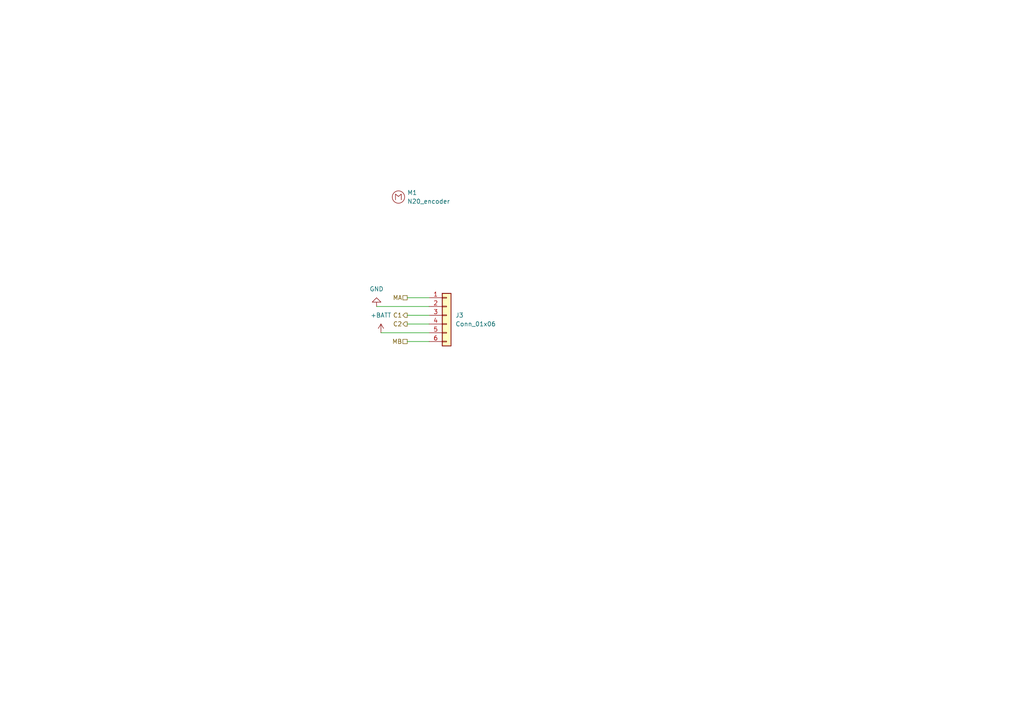
<source format=kicad_sch>
(kicad_sch (version 20230121) (generator eeschema)
  (paper "A4")
  (lib_symbols
    (symbol "Connector_Generic:Conn_01x06" (pin_names (offset 1.016) hide)
      (property "Reference" "J" (at 0 7.62 0))
      (property "Value" "Conn_01x06" (at 0 -10.16 0))
      (symbol "Conn_01x06_1_1"
        (rectangle (start -1.27 -7.493) (end 0 -7.747) (stroke (width 0.1524)))
        (rectangle (start -1.27 -4.953) (end 0 -5.207) (stroke (width 0.1524)))
        (rectangle (start -1.27 -2.413) (end 0 -2.667) (stroke (width 0.1524)))
        (rectangle (start -1.27 0.127) (end 0 -0.127) (stroke (width 0.1524)))
        (rectangle (start -1.27 2.667) (end 0 2.413) (stroke (width 0.1524)))
        (rectangle (start -1.27 5.207) (end 0 4.953) (stroke (width 0.1524)))
        (rectangle (start -1.27 6.35) (end 1.27 -8.89) (stroke (width 0.254)) (fill (type background)))
        (pin passive line (at -5.08 5.08 0) (length 3.81) (name "Pin_1") (number "1"))
        (pin passive line (at -5.08 2.54 0) (length 3.81) (name "Pin_2") (number "2"))
        (pin passive line (at -5.08 0 0) (length 3.81) (name "Pin_3") (number "3"))
        (pin passive line (at -5.08 -2.54 0) (length 3.81) (name "Pin_4") (number "4"))
        (pin passive line (at -5.08 -5.08 0) (length 3.81) (name "Pin_5") (number "5"))
        (pin passive line (at -5.08 -7.62 0) (length 3.81) (name "Pin_6") (number "6"))
      )
    )
    (symbol "minimouse:N20_w_encoder"
      (property "Reference" "M" (at -8.89 1.27 0))
      (property "Value" "N20_encoder" (at 0 -2.54 0))
      (symbol "N20_w_encoder_0_1"
        (polyline (pts (xy -0.8636 -0.8128) (xy -0.8636 0.8636) (xy 0 0.1524) (xy 0.8128 0.8636) (xy 0.8128 -0.8128)))
        (circle (center 0 0) (radius 1.7961))
      )
    )
    (symbol "power:+BATT" (power) (pin_names (offset 0))
      (property "Value" "+BATT" (at 0 3.556 0))
      (symbol "+BATT_0_1"
        (polyline (pts (xy -0.762 1.27) (xy 0 2.54)))
        (polyline (pts (xy 0 0) (xy 0 2.54)))
        (polyline (pts (xy 0 2.54) (xy 0.762 1.27)))
      )
      (symbol "+BATT_1_1"
        (pin power_in line (at 0 0 90) (length 0) hide (name "+BATT") (number "1"))
      )
    )
    (symbol "power:GND" (power) (pin_names (offset 0))
      (property "Value" "GND" (at 0 -3.81 0))
      (symbol "GND_0_1"
        (polyline (pts (xy 0 0) (xy 0 -1.27) (xy 1.27 -1.27) (xy 0 -2.54) (xy -1.27 -1.27) (xy 0 -1.27)))
      )
      (symbol "GND_1_1"
        (pin power_in line (at 0 0 270) (length 0) hide (name "GND") (number "1"))
      )
    )
  )
  (wire (pts (xy 118.11 99.06) (xy 124.46 99.06)))
  (wire (pts (xy 110.49 96.52) (xy 124.46 96.52)))
  (wire (pts (xy 118.11 86.36) (xy 124.46 86.36)))
  (wire (pts (xy 118.11 93.98) (xy 124.46 93.98)))
  (wire (pts (xy 109.22 88.9) (xy 124.46 88.9)))
  (wire (pts (xy 118.11 91.44) (xy 124.46 91.44)))
  (hierarchical_label "C1" (shape output) (at 118.11 91.44 180))
  (hierarchical_label "C2" (shape output) (at 118.11 93.98 180))
  (hierarchical_label "MB" (shape passive) (at 118.11 99.06 180))
  (hierarchical_label "MA" (shape passive) (at 118.11 86.36 180))
  (symbol (lib_id "Connector_Generic:Conn_01x06") (at 129.54 91.44 0) (unit 1)
    (property "Reference" "J3" (at 132.08 91.44 0) (effects (justify left)))
    (property "Value" "Conn_01x06" (at 132.08 93.98 0) (effects (justify left)))
    (instances (project "minimouse" (path "" (reference "J3") (unit 1)) (path "" (reference "J4") (unit 1))))
  )
  (symbol (lib_id "power:GND") (at 109.22 88.9 180) (unit 1)
    (property "Reference" "#PWR013" (effects hide))
    (property "Value" "GND" (at 109.22 83.82 0))
    (instances (project "minimouse" (path "" (reference "#PWR013") (unit 1)) (path "" (reference "#PWR014") (unit 1))))
  )
  (symbol (lib_id "power:+BATT") (at 110.49 96.52 0) (unit 1)
    (property "Reference" "#PWR011" (effects hide))
    (property "Value" "+BATT" (at 110.49 91.44 0))
    (instances (project "minimouse" (path "" (reference "#PWR011") (unit 1)) (path "" (reference "#PWR012") (unit 1))))
  )
  (symbol (lib_id "minimouse:N20_w_encoder") (at 115.57 57.15 0) (unit 1)
    (property "Reference" "M1" (at 118.11 55.88 0) (effects (justify left)))
    (property "Value" "N20_encoder" (at 118.11 58.42 0) (effects (justify left)))
    (property "Footprint" "minimouse:N20_with_encoder" (effects hide))
    (instances (project "minimouse" (path "" (reference "M1") (unit 1)) (path "" (reference "M2") (unit 1))))
  )
)
</source>
